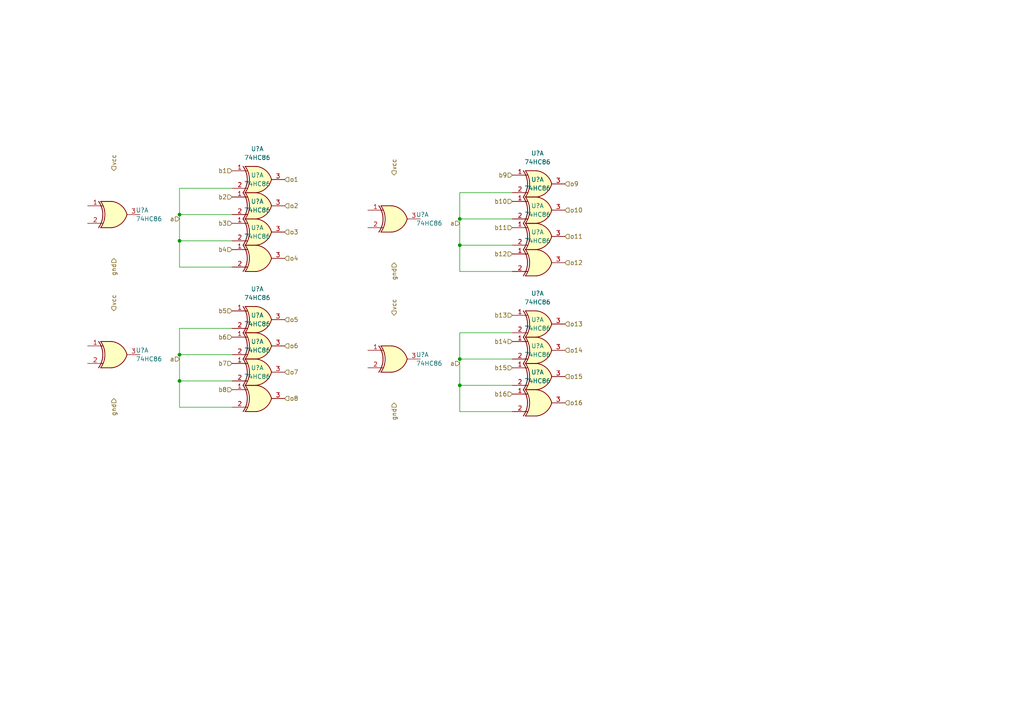
<source format=kicad_sch>
(kicad_sch (version 20211123) (generator eeschema)
  (paper "A4")
  (lib_symbols
    (symbol "74xx:74HC86" (pin_names (offset 1.016))
      (property "Reference" "U" (at 0 1.27 0))
      (property "Value" "74HC86" (at 0 -1.27 0))
      (symbol "74HC86_1_0"
        (arc (start -4.4196 -3.81) (mid -3.2033 0) (end -4.4196 3.81) (stroke (width 0.254)))
        (arc (start -3.81 -3.81) (mid -2.589 0) (end -3.81 3.81) (stroke (width 0.254)))
        (arc (start -0.6096 -3.81) (mid 2.1855 -2.584) (end 3.81 0) (stroke (width 0.254)) (fill (type background)))
        (polyline (pts (xy -3.81 -3.81) (xy -0.635 -3.81)) (stroke (width 0.254)) (fill (type background)))
        (polyline (pts (xy -3.81 3.81) (xy -0.635 3.81)) (stroke (width 0.254)) (fill (type background)))
        (polyline (pts (xy -0.635 3.81) (xy -3.81 3.81) (xy -3.81 3.81) (xy -3.556 3.4036) (xy -3.0226 2.2606) (xy -2.6924 1.0414) (xy -2.6162 -0.254) (xy -2.7686 -1.4986) (xy -3.175 -2.7178) (xy -3.81 -3.81) (xy -3.81 -3.81) (xy -0.635 -3.81)) (stroke (width -25.4)) (fill (type background)))
        (arc (start 3.81 0) (mid 2.1928 2.5925) (end -0.6096 3.81) (stroke (width 0.254)) (fill (type background)))
        (pin input line (at -7.62 2.54 0) (length 4.445) (name "~") (number "1"))
        (pin input line (at -7.62 -2.54 0) (length 4.445) (name "~") (number "2"))
        (pin output line (at 7.62 0 180) (length 3.81) (name "~") (number "3"))
      )
      (symbol "74HC86_1_1"
        (polyline (pts (xy -3.81 -2.54) (xy -3.175 -2.54)) (stroke (width 0.1524)))
        (polyline (pts (xy -3.81 2.54) (xy -3.175 2.54)) (stroke (width 0.1524)))
      )
      (symbol "74HC86_2_0"
        (arc (start -4.4196 -3.81) (mid -3.2033 0) (end -4.4196 3.81) (stroke (width 0.254)))
        (arc (start -3.81 -3.81) (mid -2.589 0) (end -3.81 3.81) (stroke (width 0.254)))
        (arc (start -0.6096 -3.81) (mid 2.1855 -2.584) (end 3.81 0) (stroke (width 0.254)) (fill (type background)))
        (polyline (pts (xy -3.81 -3.81) (xy -0.635 -3.81)) (stroke (width 0.254)) (fill (type background)))
        (polyline (pts (xy -3.81 3.81) (xy -0.635 3.81)) (stroke (width 0.254)) (fill (type background)))
        (polyline (pts (xy -0.635 3.81) (xy -3.81 3.81) (xy -3.81 3.81) (xy -3.556 3.4036) (xy -3.0226 2.2606) (xy -2.6924 1.0414) (xy -2.6162 -0.254) (xy -2.7686 -1.4986) (xy -3.175 -2.7178) (xy -3.81 -3.81) (xy -3.81 -3.81) (xy -0.635 -3.81)) (stroke (width -25.4)) (fill (type background)))
        (arc (start 3.81 0) (mid 2.1928 2.5925) (end -0.6096 3.81) (stroke (width 0.254)) (fill (type background)))
        (pin input line (at -7.62 2.54 0) (length 4.445) (name "~") (number "4"))
        (pin input line (at -7.62 -2.54 0) (length 4.445) (name "~") (number "5"))
        (pin output line (at 7.62 0 180) (length 3.81) (name "~") (number "6"))
      )
      (symbol "74HC86_2_1"
        (polyline (pts (xy -3.81 -2.54) (xy -3.175 -2.54)) (stroke (width 0.1524)))
        (polyline (pts (xy -3.81 2.54) (xy -3.175 2.54)) (stroke (width 0.1524)))
      )
      (symbol "74HC86_3_0"
        (arc (start -4.4196 -3.81) (mid -3.2033 0) (end -4.4196 3.81) (stroke (width 0.254)))
        (arc (start -3.81 -3.81) (mid -2.589 0) (end -3.81 3.81) (stroke (width 0.254)))
        (arc (start -0.6096 -3.81) (mid 2.1855 -2.584) (end 3.81 0) (stroke (width 0.254)) (fill (type background)))
        (polyline (pts (xy -3.81 -3.81) (xy -0.635 -3.81)) (stroke (width 0.254)) (fill (type background)))
        (polyline (pts (xy -3.81 3.81) (xy -0.635 3.81)) (stroke (width 0.254)) (fill (type background)))
        (polyline (pts (xy -0.635 3.81) (xy -3.81 3.81) (xy -3.81 3.81) (xy -3.556 3.4036) (xy -3.0226 2.2606) (xy -2.6924 1.0414) (xy -2.6162 -0.254) (xy -2.7686 -1.4986) (xy -3.175 -2.7178) (xy -3.81 -3.81) (xy -3.81 -3.81) (xy -0.635 -3.81)) (stroke (width -25.4)) (fill (type background)))
        (arc (start 3.81 0) (mid 2.1928 2.5925) (end -0.6096 3.81) (stroke (width 0.254)) (fill (type background)))
        (pin input line (at -7.62 -2.54 0) (length 4.445) (name "~") (number "10"))
        (pin output line (at 7.62 0 180) (length 3.81) (name "~") (number "8"))
        (pin input line (at -7.62 2.54 0) (length 4.445) (name "~") (number "9"))
      )
      (symbol "74HC86_3_1"
        (polyline (pts (xy -3.81 -2.54) (xy -3.175 -2.54)) (stroke (width 0.1524)))
        (polyline (pts (xy -3.81 2.54) (xy -3.175 2.54)) (stroke (width 0.1524)))
      )
      (symbol "74HC86_4_0"
        (arc (start -4.4196 -3.81) (mid -3.2033 0) (end -4.4196 3.81) (stroke (width 0.254)))
        (arc (start -3.81 -3.81) (mid -2.589 0) (end -3.81 3.81) (stroke (width 0.254)))
        (arc (start -0.6096 -3.81) (mid 2.1855 -2.584) (end 3.81 0) (stroke (width 0.254)) (fill (type background)))
        (polyline (pts (xy -3.81 -3.81) (xy -0.635 -3.81)) (stroke (width 0.254)) (fill (type background)))
        (polyline (pts (xy -3.81 3.81) (xy -0.635 3.81)) (stroke (width 0.254)) (fill (type background)))
        (polyline (pts (xy -0.635 3.81) (xy -3.81 3.81) (xy -3.81 3.81) (xy -3.556 3.4036) (xy -3.0226 2.2606) (xy -2.6924 1.0414) (xy -2.6162 -0.254) (xy -2.7686 -1.4986) (xy -3.175 -2.7178) (xy -3.81 -3.81) (xy -3.81 -3.81) (xy -0.635 -3.81)) (stroke (width -25.4)) (fill (type background)))
        (arc (start 3.81 0) (mid 2.1928 2.5925) (end -0.6096 3.81) (stroke (width 0.254)) (fill (type background)))
        (pin output line (at 7.62 0 180) (length 3.81) (name "~") (number "11"))
        (pin input line (at -7.62 2.54 0) (length 4.445) (name "~") (number "12"))
        (pin input line (at -7.62 -2.54 0) (length 4.445) (name "~") (number "13"))
      )
      (symbol "74HC86_4_1"
        (polyline (pts (xy -3.81 -2.54) (xy -3.175 -2.54)) (stroke (width 0.1524)))
        (polyline (pts (xy -3.81 2.54) (xy -3.175 2.54)) (stroke (width 0.1524)))
      )
      (symbol "74HC86_5_0"
        (pin power_in line (at 0 12.7 270) (length 5.08) (name "VCC") (number "14"))
        (pin power_in line (at 0 -12.7 90) (length 5.08) (name "GND") (number "7"))
      )
      (symbol "74HC86_5_1"
        (rectangle (start -5.08 7.62) (end 5.08 -7.62) (stroke (width 0.254)) (fill (type background)))
      )
    )
  )
  (junction (at 133.35 104.14))
  (junction (at 52.07 110.49))
  (junction (at 133.35 71.12))
  (junction (at 52.07 102.87))
  (junction (at 52.07 62.23))
  (junction (at 133.35 111.76))
  (junction (at 133.35 63.5))
  (junction (at 52.07 69.85))
  (wire (pts (xy 52.07 95.25) (xy 52.07 102.87)))
  (wire (pts (xy 52.07 62.23) (xy 67.31 62.23)))
  (wire (pts (xy 133.35 63.5) (xy 133.35 71.12)))
  (wire (pts (xy 67.31 69.85) (xy 52.07 69.85)))
  (wire (pts (xy 52.07 54.61) (xy 52.07 62.23)))
  (wire (pts (xy 133.35 104.14) (xy 133.35 111.76)))
  (wire (pts (xy 52.07 77.47) (xy 52.07 69.85)))
  (wire (pts (xy 67.31 54.61) (xy 52.07 54.61)))
  (wire (pts (xy 133.35 63.5) (xy 148.59 63.5)))
  (wire (pts (xy 148.59 55.88) (xy 133.35 55.88)))
  (wire (pts (xy 148.59 78.74) (xy 133.35 78.74)))
  (wire (pts (xy 52.07 118.11) (xy 52.07 110.49)))
  (wire (pts (xy 133.35 78.74) (xy 133.35 71.12)))
  (wire (pts (xy 52.07 102.87) (xy 67.31 102.87)))
  (wire (pts (xy 67.31 110.49) (xy 52.07 110.49)))
  (wire (pts (xy 52.07 62.23) (xy 52.07 69.85)))
  (wire (pts (xy 133.35 104.14) (xy 148.59 104.14)))
  (wire (pts (xy 67.31 95.25) (xy 52.07 95.25)))
  (wire (pts (xy 148.59 71.12) (xy 133.35 71.12)))
  (wire (pts (xy 67.31 77.47) (xy 52.07 77.47)))
  (wire (pts (xy 148.59 111.76) (xy 133.35 111.76)))
  (wire (pts (xy 133.35 96.52) (xy 133.35 104.14)))
  (wire (pts (xy 133.35 55.88) (xy 133.35 63.5)))
  (wire (pts (xy 148.59 96.52) (xy 133.35 96.52)))
  (wire (pts (xy 148.59 119.38) (xy 133.35 119.38)))
  (wire (pts (xy 52.07 102.87) (xy 52.07 110.49)))
  (wire (pts (xy 67.31 118.11) (xy 52.07 118.11)))
  (wire (pts (xy 133.35 119.38) (xy 133.35 111.76)))
  (hierarchical_label "o9" (shape input) (at 163.83 53.34 0))
  (hierarchical_label "gnd" (shape input) (at 33.02 74.93 270))
  (hierarchical_label "b16" (shape input) (at 148.59 114.3 180))
  (hierarchical_label "o6" (shape input) (at 82.55 100.33 0))
  (hierarchical_label "o1" (shape input) (at 82.55 52.07 0))
  (hierarchical_label "o3" (shape input) (at 82.55 67.31 0))
  (hierarchical_label "o5" (shape input) (at 82.55 92.71 0))
  (hierarchical_label "o11" (shape input) (at 163.83 68.58 0))
  (hierarchical_label "b3" (shape input) (at 67.31 64.77 180))
  (hierarchical_label "o7" (shape input) (at 82.55 107.95 0))
  (hierarchical_label "o2" (shape input) (at 82.55 59.69 0))
  (hierarchical_label "o13" (shape input) (at 163.83 93.98 0))
  (hierarchical_label "b1" (shape input) (at 67.31 49.53 180))
  (hierarchical_label "b10" (shape input) (at 148.59 58.42 180))
  (hierarchical_label "a" (shape input) (at 133.35 64.77 180))
  (hierarchical_label "gnd" (shape input) (at 114.3 116.84 270))
  (hierarchical_label "b7" (shape input) (at 67.31 105.41 180))
  (hierarchical_label "b2" (shape input) (at 67.31 57.15 180))
  (hierarchical_label "b6" (shape input) (at 67.31 97.79 180))
  (hierarchical_label "o4" (shape input) (at 82.55 74.93 0))
  (hierarchical_label "b5" (shape input) (at 67.31 90.17 180))
  (hierarchical_label "a" (shape input) (at 133.35 105.41 180))
  (hierarchical_label "o16" (shape input) (at 163.83 116.84 0))
  (hierarchical_label "b15" (shape input) (at 148.59 106.68 180))
  (hierarchical_label "a" (shape input) (at 52.07 63.5 180))
  (hierarchical_label "vcc" (shape input) (at 114.3 50.8 90))
  (hierarchical_label "b11" (shape input) (at 148.59 66.04 180))
  (hierarchical_label "b9" (shape input) (at 148.59 50.8 180))
  (hierarchical_label "gnd" (shape input) (at 33.02 115.57 270))
  (hierarchical_label "vcc" (shape input) (at 114.3 91.44 90))
  (hierarchical_label "o14" (shape input) (at 163.83 101.6 0))
  (hierarchical_label "b14" (shape input) (at 148.59 99.06 180))
  (hierarchical_label "b4" (shape input) (at 67.31 72.39 180))
  (hierarchical_label "vcc" (shape input) (at 33.02 49.53 90))
  (hierarchical_label "o12" (shape input) (at 163.83 76.2 0))
  (hierarchical_label "b8" (shape input) (at 67.31 113.03 180))
  (hierarchical_label "b13" (shape input) (at 148.59 91.44 180))
  (hierarchical_label "o15" (shape input) (at 163.83 109.22 0))
  (hierarchical_label "o10" (shape input) (at 163.83 60.96 0))
  (hierarchical_label "vcc" (shape input) (at 33.02 90.17 90))
  (hierarchical_label "b12" (shape input) (at 148.59 73.66 180))
  (hierarchical_label "gnd" (shape input) (at 114.3 76.2 270))
  (hierarchical_label "o8" (shape input) (at 82.55 115.57 0))
  (hierarchical_label "a" (shape input) (at 52.07 104.14 180))
  (symbol (lib_id "74xx:74HC86") (at 156.21 60.96 0)
    (property "Reference" "U?" (at 155.9052 52.07 0))
    (property "Value" "74HC86" (at 155.9052 54.61 0))
    (property "Datasheet" "http://www.ti.com/lit/gpn/sn74HC86" (effects hide))
  )
  (symbol (lib_id "74xx:74HC86") (at 156.21 53.34 0)
    (property "Reference" "U?" (at 155.9052 44.45 0))
    (property "Value" "74HC86" (at 155.9052 46.99 0))
    (property "Datasheet" "http://www.ti.com/lit/gpn/sn74HC86" (effects hide))
  )
  (symbol (lib_id "74xx:74HC86") (at 114.3 63.5 0)
    (property "Reference" "U?" (at 120.65 62.2299 0) (effects (justify left)))
    (property "Value" "74HC86" (at 120.65 64.7699 0) (effects (justify left)))
    (property "Datasheet" "http://www.ti.com/lit/gpn/sn74HC86" (effects hide))
  )
  (symbol (lib_id "74xx:74HC86") (at 114.3 104.14 0)
    (property "Reference" "U?" (at 120.65 102.8699 0) (effects (justify left)))
    (property "Value" "74HC86" (at 120.65 105.4099 0) (effects (justify left)))
    (property "Datasheet" "http://www.ti.com/lit/gpn/sn74HC86" (effects hide))
  )
  (symbol (lib_id "74xx:74HC86") (at 156.21 68.58 0)
    (property "Reference" "U?" (at 155.9052 59.69 0))
    (property "Value" "74HC86" (at 155.9052 62.23 0))
    (property "Datasheet" "http://www.ti.com/lit/gpn/sn74HC86" (effects hide))
  )
  (symbol (lib_id "74xx:74HC86") (at 74.93 59.69 0)
    (property "Reference" "U?" (at 74.6252 50.8 0))
    (property "Value" "74HC86" (at 74.6252 53.34 0))
    (property "Datasheet" "http://www.ti.com/lit/gpn/sn74HC86" (effects hide))
  )
  (symbol (lib_id "74xx:74HC86") (at 74.93 115.57 0)
    (property "Reference" "U?" (at 74.6252 106.68 0))
    (property "Value" "74HC86" (at 74.6252 109.22 0))
    (property "Datasheet" "http://www.ti.com/lit/gpn/sn74HC86" (effects hide))
  )
  (symbol (lib_id "74xx:74HC86") (at 74.93 74.93 0)
    (property "Reference" "U?" (at 74.6252 66.04 0))
    (property "Value" "74HC86" (at 74.6252 68.58 0))
    (property "Datasheet" "http://www.ti.com/lit/gpn/sn74HC86" (effects hide))
  )
  (symbol (lib_id "74xx:74HC86") (at 33.02 102.87 0)
    (property "Reference" "U?" (at 39.37 101.5999 0) (effects (justify left)))
    (property "Value" "74HC86" (at 39.37 104.1399 0) (effects (justify left)))
    (property "Datasheet" "http://www.ti.com/lit/gpn/sn74HC86" (effects hide))
  )
  (symbol (lib_id "74xx:74HC86") (at 156.21 76.2 0)
    (property "Reference" "U?" (at 155.9052 67.31 0))
    (property "Value" "74HC86" (at 155.9052 69.85 0))
    (property "Datasheet" "http://www.ti.com/lit/gpn/sn74HC86" (effects hide))
  )
  (symbol (lib_id "74xx:74HC86") (at 74.93 67.31 0)
    (property "Reference" "U?" (at 74.6252 58.42 0))
    (property "Value" "74HC86" (at 74.6252 60.96 0))
    (property "Datasheet" "http://www.ti.com/lit/gpn/sn74HC86" (effects hide))
  )
  (symbol (lib_id "74xx:74HC86") (at 74.93 52.07 0)
    (property "Reference" "U?" (at 74.6252 43.18 0))
    (property "Value" "74HC86" (at 74.6252 45.72 0))
    (property "Datasheet" "http://www.ti.com/lit/gpn/sn74HC86" (effects hide))
  )
  (symbol (lib_id "74xx:74HC86") (at 74.93 100.33 0)
    (property "Reference" "U?" (at 74.6252 91.44 0))
    (property "Value" "74HC86" (at 74.6252 93.98 0))
    (property "Datasheet" "http://www.ti.com/lit/gpn/sn74HC86" (effects hide))
  )
  (symbol (lib_id "74xx:74HC86") (at 74.93 107.95 0)
    (property "Reference" "U?" (at 74.6252 99.06 0))
    (property "Value" "74HC86" (at 74.6252 101.6 0))
    (property "Datasheet" "http://www.ti.com/lit/gpn/sn74HC86" (effects hide))
  )
  (symbol (lib_id "74xx:74HC86") (at 74.93 92.71 0)
    (property "Reference" "U?" (at 74.6252 83.82 0))
    (property "Value" "74HC86" (at 74.6252 86.36 0))
    (property "Datasheet" "http://www.ti.com/lit/gpn/sn74HC86" (effects hide))
  )
  (symbol (lib_id "74xx:74HC86") (at 156.21 93.98 0)
    (property "Reference" "U?" (at 155.9052 85.09 0))
    (property "Value" "74HC86" (at 155.9052 87.63 0))
    (property "Datasheet" "http://www.ti.com/lit/gpn/sn74HC86" (effects hide))
  )
  (symbol (lib_id "74xx:74HC86") (at 33.02 62.23 0)
    (property "Reference" "U?" (at 39.37 60.9599 0) (effects (justify left)))
    (property "Value" "74HC86" (at 39.37 63.4999 0) (effects (justify left)))
    (property "Datasheet" "http://www.ti.com/lit/gpn/sn74HC86" (effects hide))
  )
  (symbol (lib_id "74xx:74HC86") (at 156.21 101.6 0)
    (property "Reference" "U?" (at 155.9052 92.71 0))
    (property "Value" "74HC86" (at 155.9052 95.25 0))
    (property "Datasheet" "http://www.ti.com/lit/gpn/sn74HC86" (effects hide))
  )
  (symbol (lib_id "74xx:74HC86") (at 156.21 116.84 0)
    (property "Reference" "U?" (at 155.9052 107.95 0))
    (property "Value" "74HC86" (at 155.9052 110.49 0))
    (property "Datasheet" "http://www.ti.com/lit/gpn/sn74HC86" (effects hide))
  )
  (symbol (lib_id "74xx:74HC86") (at 156.21 109.22 0)
    (property "Reference" "U?" (at 155.9052 100.33 0))
    (property "Value" "74HC86" (at 155.9052 102.87 0))
    (property "Datasheet" "http://www.ti.com/lit/gpn/sn74HC86" (effects hide))
  )
)
</source>
